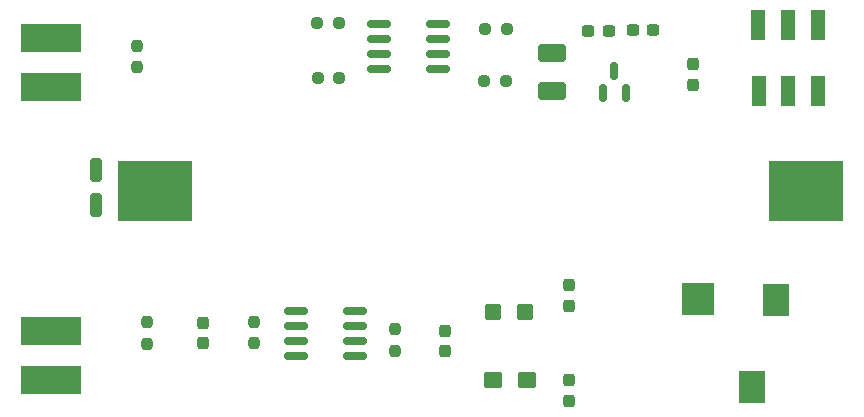
<source format=gbr>
%TF.GenerationSoftware,KiCad,Pcbnew,8.0.4*%
%TF.CreationDate,2024-08-25T02:49:15-07:00*%
%TF.ProjectId,SMDemfExplorerLEDvariationSingleCell,534d4465-6d66-4457-9870-6c6f7265724c,rev?*%
%TF.SameCoordinates,Original*%
%TF.FileFunction,Paste,Top*%
%TF.FilePolarity,Positive*%
%FSLAX46Y46*%
G04 Gerber Fmt 4.6, Leading zero omitted, Abs format (unit mm)*
G04 Created by KiCad (PCBNEW 8.0.4) date 2024-08-25 02:49:15*
%MOMM*%
%LPD*%
G01*
G04 APERTURE LIST*
G04 Aperture macros list*
%AMRoundRect*
0 Rectangle with rounded corners*
0 $1 Rounding radius*
0 $2 $3 $4 $5 $6 $7 $8 $9 X,Y pos of 4 corners*
0 Add a 4 corners polygon primitive as box body*
4,1,4,$2,$3,$4,$5,$6,$7,$8,$9,$2,$3,0*
0 Add four circle primitives for the rounded corners*
1,1,$1+$1,$2,$3*
1,1,$1+$1,$4,$5*
1,1,$1+$1,$6,$7*
1,1,$1+$1,$8,$9*
0 Add four rect primitives between the rounded corners*
20,1,$1+$1,$2,$3,$4,$5,0*
20,1,$1+$1,$4,$5,$6,$7,0*
20,1,$1+$1,$6,$7,$8,$9,0*
20,1,$1+$1,$8,$9,$2,$3,0*%
G04 Aperture macros list end*
%ADD10R,1.200000X2.500000*%
%ADD11RoundRect,0.250001X0.924999X-0.499999X0.924999X0.499999X-0.924999X0.499999X-0.924999X-0.499999X0*%
%ADD12R,2.800000X2.800000*%
%ADD13R,2.200000X2.800000*%
%ADD14R,5.100000X2.350000*%
%ADD15RoundRect,0.237500X-0.237500X0.287500X-0.237500X-0.287500X0.237500X-0.287500X0.237500X0.287500X0*%
%ADD16RoundRect,0.237500X-0.300000X-0.237500X0.300000X-0.237500X0.300000X0.237500X-0.300000X0.237500X0*%
%ADD17R,6.350000X5.080000*%
%ADD18RoundRect,0.150000X0.825000X0.150000X-0.825000X0.150000X-0.825000X-0.150000X0.825000X-0.150000X0*%
%ADD19RoundRect,0.250000X0.537500X0.425000X-0.537500X0.425000X-0.537500X-0.425000X0.537500X-0.425000X0*%
%ADD20RoundRect,0.250000X0.250000X-0.750000X0.250000X0.750000X-0.250000X0.750000X-0.250000X-0.750000X0*%
%ADD21RoundRect,0.150000X-0.825000X-0.150000X0.825000X-0.150000X0.825000X0.150000X-0.825000X0.150000X0*%
%ADD22RoundRect,0.237500X0.237500X-0.250000X0.237500X0.250000X-0.237500X0.250000X-0.237500X-0.250000X0*%
%ADD23RoundRect,0.237500X-0.237500X0.250000X-0.237500X-0.250000X0.237500X-0.250000X0.237500X0.250000X0*%
%ADD24RoundRect,0.237500X0.237500X-0.300000X0.237500X0.300000X-0.237500X0.300000X-0.237500X-0.300000X0*%
%ADD25RoundRect,0.237500X0.250000X0.237500X-0.250000X0.237500X-0.250000X-0.237500X0.250000X-0.237500X0*%
%ADD26RoundRect,0.237500X-0.250000X-0.237500X0.250000X-0.237500X0.250000X0.237500X-0.250000X0.237500X0*%
%ADD27RoundRect,0.150000X0.150000X-0.587500X0.150000X0.587500X-0.150000X0.587500X-0.150000X-0.587500X0*%
%ADD28RoundRect,0.237500X0.300000X0.237500X-0.300000X0.237500X-0.300000X-0.237500X0.300000X-0.237500X0*%
%ADD29RoundRect,0.237500X-0.237500X0.300000X-0.237500X-0.300000X0.237500X-0.300000X0.237500X0.300000X0*%
%ADD30RoundRect,0.250000X0.450000X0.425000X-0.450000X0.425000X-0.450000X-0.425000X0.450000X-0.425000X0*%
G04 APERTURE END LIST*
D10*
%TO.C,SW1*%
X210288184Y-62966276D03*
X207788185Y-62966273D03*
X205288183Y-62966275D03*
X210278187Y-57336278D03*
X207778187Y-57336276D03*
X205278188Y-57336273D03*
%TD*%
D11*
%TO.C,C10*%
X187803189Y-62936279D03*
X187803189Y-59686275D03*
%TD*%
D12*
%TO.C,J2*%
X200168192Y-80586275D03*
D13*
X206728190Y-80636276D03*
X204728192Y-88036269D03*
%TD*%
D14*
%TO.C,L1*%
X145353188Y-83236279D03*
X145353188Y-87386279D03*
%TD*%
%TO.C,L2*%
X145353186Y-62586273D03*
X145353186Y-58436273D03*
%TD*%
D15*
%TO.C,L4*%
X199703186Y-60673775D03*
X199703184Y-62423771D03*
%TD*%
D16*
%TO.C,C14*%
X190878182Y-57836277D03*
X192603186Y-57836275D03*
%TD*%
D17*
%TO.C,BT2*%
X209299881Y-71436275D03*
X154156493Y-71436279D03*
%TD*%
D18*
%TO.C,U2*%
X171097379Y-85345496D03*
X171097375Y-84075497D03*
X171097381Y-82805502D03*
X171097377Y-81535496D03*
X166147375Y-81535502D03*
X166147379Y-82805501D03*
X166147373Y-84075496D03*
X166147377Y-85345502D03*
%TD*%
D19*
%TO.C,C2*%
X185703184Y-87386278D03*
X182828184Y-87386278D03*
%TD*%
D20*
%TO.C,D2*%
X149228191Y-72611273D03*
X149228193Y-69611275D03*
%TD*%
D21*
%TO.C,U3*%
X173170384Y-57244548D03*
X173170388Y-58514547D03*
X173170382Y-59784542D03*
X173170386Y-61054548D03*
X178120388Y-61054542D03*
X178120384Y-59784543D03*
X178120390Y-58514548D03*
X178120386Y-57244542D03*
%TD*%
D22*
%TO.C,R10*%
X153528185Y-84336273D03*
X153528179Y-82511275D03*
%TD*%
D23*
%TO.C,R9*%
X162593433Y-82474275D03*
X162593439Y-84299261D03*
%TD*%
D24*
%TO.C,C8*%
X158278200Y-84311276D03*
X158278184Y-82586278D03*
%TD*%
D25*
%TO.C,R11*%
X183878188Y-62111277D03*
X182053186Y-62111279D03*
%TD*%
D23*
%TO.C,R7*%
X152678187Y-59098782D03*
X152678191Y-60923770D03*
%TD*%
D24*
%TO.C,C7*%
X178718435Y-84949270D03*
X178718433Y-83224268D03*
%TD*%
D23*
%TO.C,R8*%
X174527589Y-83112814D03*
X174527595Y-84937816D03*
%TD*%
D26*
%TO.C,R16*%
X167923291Y-57156164D03*
X169748291Y-57156160D03*
%TD*%
D25*
%TO.C,R5*%
X169778188Y-61811278D03*
X167953186Y-61811280D03*
%TD*%
D27*
%TO.C,U4*%
X192128187Y-63111267D03*
X194028188Y-63111276D03*
X193078189Y-61236277D03*
%TD*%
D24*
%TO.C,C15*%
X189203198Y-89161278D03*
X189203182Y-87436280D03*
%TD*%
D28*
%TO.C,C11*%
X196378192Y-57736270D03*
X194653184Y-57736274D03*
%TD*%
D29*
%TO.C,C5*%
X189278183Y-79386274D03*
X189278191Y-81111276D03*
%TD*%
D25*
%TO.C,R12*%
X183953175Y-57686268D03*
X182128197Y-57686270D03*
%TD*%
D30*
%TO.C,C1*%
X185540685Y-81686280D03*
X182840689Y-81686278D03*
%TD*%
M02*

</source>
